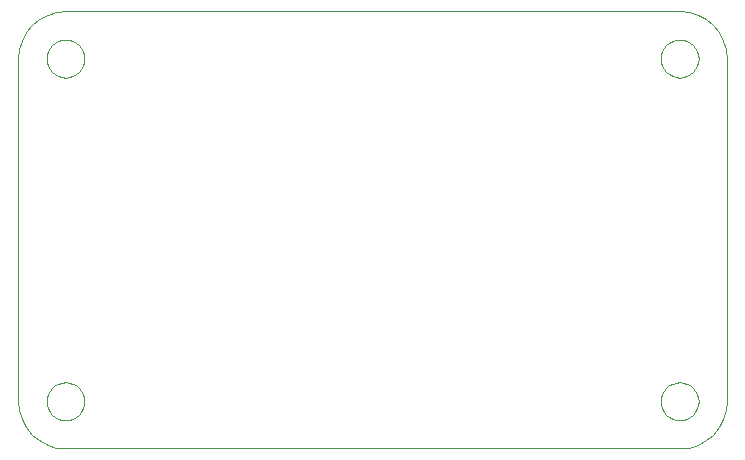
<source format=gm1>
G04 #@! TF.GenerationSoftware,KiCad,Pcbnew,no-vcs-found-ecdfa40~58~ubuntu16.04.1*
G04 #@! TF.CreationDate,2017-03-20T23:24:32+01:00*
G04 #@! TF.ProjectId,GhostSensorboard,47686F737453656E736F72626F617264,rev?*
G04 #@! TF.FileFunction,Profile,NP*
%FSLAX46Y46*%
G04 Gerber Fmt 4.6, Leading zero omitted, Abs format (unit mm)*
G04 Created by KiCad (PCBNEW no-vcs-found-ecdfa40~58~ubuntu16.04.1) date Mon Mar 20 23:24:32 2017*
%MOMM*%
%LPD*%
G01*
G04 APERTURE LIST*
%ADD10C,0.100000*%
G04 APERTURE END LIST*
D10*
X74074480Y-110897190D02*
X73832020Y-111096160D01*
X74273460Y-110654730D02*
X74074480Y-110897190D01*
X126421320Y-81378110D02*
X126273420Y-81654710D01*
X126512320Y-81077910D02*
X126421320Y-81378110D01*
X71811740Y-108634450D02*
X72054200Y-108435470D01*
X71612770Y-108876910D02*
X71811740Y-108634450D01*
X123811720Y-108634450D02*
X124054220Y-108435470D01*
X123612720Y-108876910D02*
X123811720Y-108634450D01*
X124943120Y-108165820D02*
X125255220Y-108196570D01*
X124631020Y-108196570D02*
X124943120Y-108165820D01*
X127165420Y-77439910D02*
X126473820Y-77070310D01*
X74543110Y-80765810D02*
X74512360Y-81077910D01*
X74512360Y-80453710D02*
X74543110Y-80765810D01*
X127771520Y-112594240D02*
X128269020Y-111988100D01*
X71343110Y-109765810D02*
X71373860Y-109453680D01*
X71373860Y-110077960D02*
X71343110Y-109765810D01*
X124330820Y-79287610D02*
X124631020Y-79196610D01*
X124054220Y-79435510D02*
X124330820Y-79287610D01*
X124943120Y-82365810D02*
X124631020Y-82335110D01*
X125255220Y-82335110D02*
X124943120Y-82365810D01*
X128638620Y-79235110D02*
X128269020Y-78543510D01*
X70720830Y-77439910D02*
X70114690Y-77937410D01*
X126421320Y-80153510D02*
X126512320Y-80453710D01*
X126273420Y-79876910D02*
X126421320Y-80153510D01*
X123464920Y-81378110D02*
X123373820Y-81077910D01*
X123612720Y-81654710D02*
X123464920Y-81378110D01*
X125555420Y-108287610D02*
X125832020Y-108435470D01*
X125255220Y-108196570D02*
X125555420Y-108287610D01*
X126074520Y-110897190D02*
X125832020Y-111096160D01*
X126273420Y-110654730D02*
X126074520Y-110897190D01*
X72330820Y-79287610D02*
X72630970Y-79196610D01*
X72054200Y-79435510D02*
X72330820Y-79287610D01*
X72943120Y-76765810D02*
X72162760Y-76842710D01*
X73555410Y-82244010D02*
X73255250Y-82335110D01*
X73832020Y-82096210D02*
X73555410Y-82244010D01*
X73555410Y-79287610D02*
X73832020Y-79435510D01*
X73255250Y-79196610D02*
X73555410Y-79287610D01*
X125555420Y-79287610D02*
X125832020Y-79435510D01*
X125255220Y-79196610D02*
X125555420Y-79287610D01*
X71343110Y-80765810D02*
X71373860Y-80453710D01*
X71373860Y-81077910D02*
X71343110Y-80765810D01*
X72943120Y-79165810D02*
X73255250Y-79196610D01*
X72630970Y-79196610D02*
X72943120Y-79165810D01*
X123811720Y-81897210D02*
X123612720Y-81654710D01*
X124054220Y-82096210D02*
X123811720Y-81897210D01*
X74421320Y-80153510D02*
X74512360Y-80453710D01*
X74273460Y-79876910D02*
X74421320Y-80153510D01*
X128943120Y-109765810D02*
X128943120Y-80765810D01*
X70114690Y-77937410D02*
X69617238Y-78543510D01*
X126421320Y-109153520D02*
X126512320Y-109453680D01*
X126273420Y-108876910D02*
X126421320Y-109153520D01*
X71811740Y-110897190D02*
X71612770Y-110654730D01*
X72054200Y-111096160D02*
X71811740Y-110897190D01*
X73555410Y-108287610D02*
X73832020Y-108435470D01*
X73255250Y-108196570D02*
X73555410Y-108287610D01*
X72330820Y-111244020D02*
X72054200Y-111096160D01*
X72630970Y-111335070D02*
X72330820Y-111244020D01*
X72162760Y-113688951D02*
X72943100Y-113765810D01*
X71412370Y-113461336D02*
X72162760Y-113688951D01*
X123811720Y-79634410D02*
X124054220Y-79435510D01*
X123612720Y-79876910D02*
X123811720Y-79634410D01*
X126074520Y-81897210D02*
X125832020Y-82096210D01*
X126273420Y-81654710D02*
X126074520Y-81897210D01*
X125555420Y-111244020D02*
X125255220Y-111335070D01*
X125832020Y-111096160D02*
X125555420Y-111244020D01*
X71412370Y-77070310D02*
X70720830Y-77439910D01*
X71464910Y-110378110D02*
X71373860Y-110077960D01*
X71612770Y-110654730D02*
X71464910Y-110378110D01*
X74421320Y-110378110D02*
X74273460Y-110654730D01*
X74512360Y-110077960D02*
X74421320Y-110378110D01*
X123811720Y-110897190D02*
X123612720Y-110654730D01*
X124054220Y-111096160D02*
X123811720Y-110897190D01*
X124330820Y-82244010D02*
X124054220Y-82096210D01*
X124631020Y-82335110D02*
X124330820Y-82244010D01*
X123464920Y-109153520D02*
X123612720Y-108876910D01*
X123373820Y-109453680D02*
X123464920Y-109153520D01*
X74074480Y-108634450D02*
X74273460Y-108876910D01*
X73832020Y-108435470D02*
X74074480Y-108634450D01*
X72943120Y-108165820D02*
X73255250Y-108196570D01*
X72630970Y-108196570D02*
X72943120Y-108165820D01*
X123343120Y-109765810D02*
X123373820Y-109453680D01*
X123373820Y-110077960D02*
X123343120Y-109765810D01*
X72943100Y-82365810D02*
X72630970Y-82335110D01*
X73255250Y-82335110D02*
X72943100Y-82365810D01*
X126543120Y-80765810D02*
X126512320Y-81077910D01*
X126512320Y-80453710D02*
X126543120Y-80765810D01*
X123464920Y-80153510D02*
X123612720Y-79876910D01*
X123373820Y-80453710D02*
X123464920Y-80153510D01*
X71464910Y-109153520D02*
X71612770Y-108876910D01*
X71373860Y-109453680D02*
X71464910Y-109153520D01*
X124330820Y-108287610D02*
X124631020Y-108196570D01*
X124054220Y-108435470D02*
X124330820Y-108287610D01*
X72943100Y-111365820D02*
X72630970Y-111335070D01*
X73255250Y-111335070D02*
X72943100Y-111365820D01*
X74421320Y-109153520D02*
X74512360Y-109453680D01*
X74273460Y-108876910D02*
X74421320Y-109153520D01*
X126421320Y-110378110D02*
X126273420Y-110654730D01*
X126512320Y-110077960D02*
X126421320Y-110378110D01*
X71464910Y-80153510D02*
X71612770Y-79876910D01*
X71373860Y-80453710D02*
X71464910Y-80153510D01*
X124330820Y-111244020D02*
X124054220Y-111096160D01*
X124631020Y-111335070D02*
X124330820Y-111244020D01*
X124943120Y-111365820D02*
X124631020Y-111335070D01*
X125255220Y-111335070D02*
X124943120Y-111365820D01*
X127771520Y-77937410D02*
X127165420Y-77439910D01*
X74074480Y-81897210D02*
X73832020Y-82096210D01*
X74273460Y-81654710D02*
X74074480Y-81897210D01*
X72162760Y-76842710D02*
X71412370Y-77070310D01*
X123464920Y-110378110D02*
X123373820Y-110077960D01*
X123612720Y-110654730D02*
X123464920Y-110378110D01*
X128943120Y-80765810D02*
X128866220Y-79985510D01*
X126473820Y-77070310D02*
X125723420Y-76842710D01*
X72330820Y-108287610D02*
X72630970Y-108196570D01*
X72054200Y-108435470D02*
X72330820Y-108287610D01*
X125555420Y-82244010D02*
X125255220Y-82335110D01*
X125832020Y-82096210D02*
X125555420Y-82244010D01*
X73555410Y-111244020D02*
X73255250Y-111335070D01*
X73832020Y-111096160D02*
X73555410Y-111244020D01*
X74421320Y-81378110D02*
X74273460Y-81654710D01*
X74512360Y-81077910D02*
X74421320Y-81378110D01*
X125723420Y-113688951D02*
X126473820Y-113461336D01*
X128269020Y-78543510D02*
X127771520Y-77937410D01*
X124943120Y-79165810D02*
X125255220Y-79196610D01*
X124631020Y-79196610D02*
X124943120Y-79165810D01*
X71811740Y-81897210D02*
X71612770Y-81654710D01*
X72054200Y-82096210D02*
X71811740Y-81897210D01*
X69247594Y-79235110D02*
X69019978Y-79985510D01*
X69617238Y-78543510D02*
X69247594Y-79235110D01*
X74074480Y-79634410D02*
X74273460Y-79876910D01*
X73832020Y-79435510D02*
X74074480Y-79634410D01*
X70720830Y-113091692D02*
X71412370Y-113461336D01*
X70114690Y-112594240D02*
X70720830Y-113091692D01*
X128269020Y-111988100D02*
X128638620Y-111296560D01*
X71464910Y-81378110D02*
X71373860Y-81077910D01*
X71612770Y-81654710D02*
X71464910Y-81378110D01*
X123343120Y-80765810D02*
X123373820Y-80453710D01*
X123373820Y-81077910D02*
X123343120Y-80765810D01*
X127165420Y-113091692D02*
X127771520Y-112594240D01*
X126473820Y-113461336D02*
X127165420Y-113091692D01*
X72330820Y-82244010D02*
X72054200Y-82096210D01*
X72630970Y-82335110D02*
X72330820Y-82244010D01*
X126074520Y-79634410D02*
X126273420Y-79876910D01*
X125832020Y-79435510D02*
X126074520Y-79634410D01*
X124943120Y-76765810D02*
X72943120Y-76765810D01*
X124943120Y-113765810D02*
X125723420Y-113688951D01*
X72943100Y-113765810D02*
X124943120Y-113765810D01*
X128866220Y-79985510D02*
X128638620Y-79235110D01*
X69617238Y-111988100D02*
X70114690Y-112594240D01*
X69247594Y-111296560D02*
X69617238Y-111988100D01*
X69019978Y-110546170D02*
X69247594Y-111296560D01*
X68943120Y-109765810D02*
X69019978Y-110546170D01*
X68943120Y-80765810D02*
X68943120Y-109765810D01*
X69019978Y-79985510D02*
X68943120Y-80765810D01*
X126074520Y-108634450D02*
X126273420Y-108876910D01*
X125832020Y-108435470D02*
X126074520Y-108634450D01*
X74543110Y-109765810D02*
X74512360Y-110077960D01*
X74512360Y-109453680D02*
X74543110Y-109765810D01*
X128866220Y-110546170D02*
X128943120Y-109765810D01*
X71811740Y-79634410D02*
X72054200Y-79435510D01*
X71612770Y-79876910D02*
X71811740Y-79634410D01*
X128638620Y-111296560D02*
X128866220Y-110546170D01*
X125723420Y-76842710D02*
X124943120Y-76765810D01*
X126543120Y-109765810D02*
X126512320Y-110077960D01*
X126512320Y-109453680D02*
X126543120Y-109765810D01*
M02*

</source>
